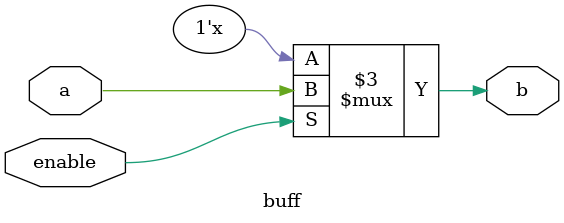
<source format=v>
module buff (a,b,enable);
	input a;
	output reg b;
	input enable;
	always @ (enable or a) begin
	
		if (enable) begin
			b = a;
		end 
		else begin
			b =1'bz;
		end
	end
endmodule
</source>
